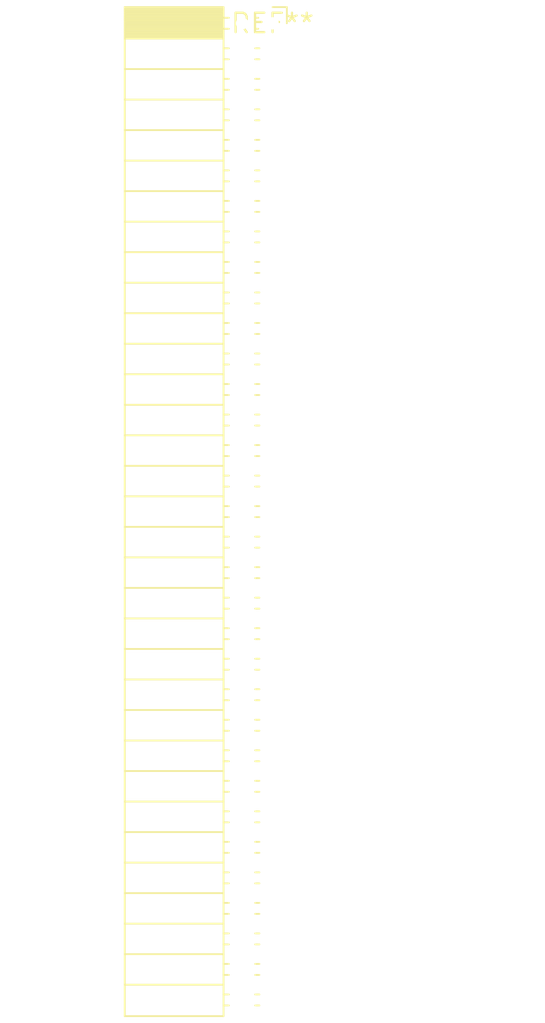
<source format=kicad_pcb>
(kicad_pcb (version 20240108) (generator pcbnew)
  (layers (0 "F.Cu" signal) (31 "B.Cu" signal) (34 "B.Paste" user) (35 "F.Paste" user) (36 "B.SilkS" user "B.Silkscreen") (37 "F.SilkS" user "F.Silkscreen") (38 "B.Mask" user) (39 "F.Mask" user) (44 "Edge.Cuts" user))
  (net 0 "")
  (footprint "PinSocket_2x33_P2.00mm_Horizontal" (layer "F.Cu") (at 0 0)
    (property "Reference" "REF**")
    (property "Value" "PinSocket_2x33_P2.00mm_Horizontal")
    (fp_line (start -9.68 -1.06) (end -9.68 65.06) (layer "F.SilkS") (stroke (width 0.12)))
    (fp_line (start -9.68 -1.06) (end -3.21 -1.06) (layer "F.SilkS") (stroke (width 0.12)))
    (fp_line (start -9.68 -0.94) (end -3.21 -0.94) (layer "F.SilkS") (stroke (width 0.12)))
    (fp_line (start -9.68 -0.825882) (end -3.21 -0.825882) (layer "F.SilkS") (stroke (width 0.12)))
    (fp_line (start -9.68 -0.711764) (end -3.21 -0.711764) (layer "F.SilkS") (stroke (width 0.12)))
    (fp_line (start -9.68 -0.597646) (end -3.21 -0.597646) (layer "F.SilkS") (stroke (width 0.12)))
    (fp_line (start -9.68 -0.483528) (end -3.21 -0.483528) (layer "F.SilkS") (stroke (width 0.12)))
    (fp_line (start -9.68 -0.36941) (end -3.21 -0.36941) (layer "F.SilkS") (stroke (width 0.12)))
    (fp_line (start -9.68 -0.255292) (end -3.21 -0.255292) (layer "F.SilkS") (stroke (width 0.12)))
    (fp_line (start -9.68 -0.141174) (end -3.21 -0.141174) (layer "F.SilkS") (stroke (width 0.12)))
    (fp_line (start -9.68 -0.027056) (end -3.21 -0.027056) (layer "F.SilkS") (stroke (width 0.12)))
    (fp_line (start -9.68 0.087062) (end -3.21 0.087062) (layer "F.SilkS") (stroke (width 0.12)))
    (fp_line (start -9.68 0.20118) (end -3.21 0.20118) (layer "F.SilkS") (stroke (width 0.12)))
    (fp_line (start -9.68 0.315298) (end -3.21 0.315298) (layer "F.SilkS") (stroke (width 0.12)))
    (fp_line (start -9.68 0.429416) (end -3.21 0.429416) (layer "F.SilkS") (stroke (width 0.12)))
    (fp_line (start -9.68 0.543534) (end -3.21 0.543534) (layer "F.SilkS") (stroke (width 0.12)))
    (fp_line (start -9.68 0.657652) (end -3.21 0.657652) (layer "F.SilkS") (stroke (width 0.12)))
    (fp_line (start -9.68 0.77177) (end -3.21 0.77177) (layer "F.SilkS") (stroke (width 0.12)))
    (fp_line (start -9.68 0.885888) (end -3.21 0.885888) (layer "F.SilkS") (stroke (width 0.12)))
    (fp_line (start -9.68 1) (end -3.21 1) (layer "F.SilkS") (stroke (width 0.12)))
    (fp_line (start -9.68 3) (end -3.21 3) (layer "F.SilkS") (stroke (width 0.12)))
    (fp_line (start -9.68 5) (end -3.21 5) (layer "F.SilkS") (stroke (width 0.12)))
    (fp_line (start -9.68 7) (end -3.21 7) (layer "F.SilkS") (stroke (width 0.12)))
    (fp_line (start -9.68 9) (end -3.21 9) (layer "F.SilkS") (stroke (width 0.12)))
    (fp_line (start -9.68 11) (end -3.21 11) (layer "F.SilkS") (stroke (width 0.12)))
    (fp_line (start -9.68 13) (end -3.21 13) (layer "F.SilkS") (stroke (width 0.12)))
    (fp_line (start -9.68 15) (end -3.21 15) (layer "F.SilkS") (stroke (width 0.12)))
    (fp_line (start -9.68 17) (end -3.21 17) (layer "F.SilkS") (stroke (width 0.12)))
    (fp_line (start -9.68 19) (end -3.21 19) (layer "F.SilkS") (stroke (width 0.12)))
    (fp_line (start -9.68 21) (end -3.21 21) (layer "F.SilkS") (stroke (width 0.12)))
    (fp_line (start -9.68 23) (end -3.21 23) (layer "F.SilkS") (stroke (width 0.12)))
    (fp_line (start -9.68 25) (end -3.21 25) (layer "F.SilkS") (stroke (width 0.12)))
    (fp_line (start -9.68 27) (end -3.21 27) (layer "F.SilkS") (stroke (width 0.12)))
    (fp_line (start -9.68 29) (end -3.21 29) (layer "F.SilkS") (stroke (width 0.12)))
    (fp_line (start -9.68 31) (end -3.21 31) (layer "F.SilkS") (stroke (width 0.12)))
    (fp_line (start -9.68 33) (end -3.21 33) (layer "F.SilkS") (stroke (width 0.12)))
    (fp_line (start -9.68 35) (end -3.21 35) (layer "F.SilkS") (stroke (width 0.12)))
    (fp_line (start -9.68 37) (end -3.21 37) (layer "F.SilkS") (stroke (width 0.12)))
    (fp_line (start -9.68 39) (end -3.21 39) (layer "F.SilkS") (stroke (width 0.12)))
    (fp_line (start -9.68 41) (end -3.21 41) (layer "F.SilkS") (stroke (width 0.12)))
    (fp_line (start -9.68 43) (end -3.21 43) (layer "F.SilkS") (stroke (width 0.12)))
    (fp_line (start -9.68 45) (end -3.21 45) (layer "F.SilkS") (stroke (width 0.12)))
    (fp_line (start -9.68 47) (end -3.21 47) (layer "F.SilkS") (stroke (width 0.12)))
    (fp_line (start -9.68 49) (end -3.21 49) (layer "F.SilkS") (stroke (width 0.12)))
    (fp_line (start -9.68 51) (end -3.21 51) (layer "F.SilkS") (stroke (width 0.12)))
    (fp_line (start -9.68 53) (end -3.21 53) (layer "F.SilkS") (stroke (width 0.12)))
    (fp_line (start -9.68 55) (end -3.21 55) (layer "F.SilkS") (stroke (width 0.12)))
    (fp_line (start -9.68 57) (end -3.21 57) (layer "F.SilkS") (stroke (width 0.12)))
    (fp_line (start -9.68 59) (end -3.21 59) (layer "F.SilkS") (stroke (width 0.12)))
    (fp_line (start -9.68 61) (end -3.21 61) (layer "F.SilkS") (stroke (width 0.12)))
    (fp_line (start -9.68 63) (end -3.21 63) (layer "F.SilkS") (stroke (width 0.12)))
    (fp_line (start -9.68 65.06) (end -3.21 65.06) (layer "F.SilkS") (stroke (width 0.12)))
    (fp_line (start -3.21 -1.06) (end -3.21 65.06) (layer "F.SilkS") (stroke (width 0.12)))
    (fp_line (start -3.21 -0.36) (end -2.862917 -0.36) (layer "F.SilkS") (stroke (width 0.12)))
    (fp_line (start -3.21 0.36) (end -2.862917 0.36) (layer "F.SilkS") (stroke (width 0.12)))
    (fp_line (start -3.21 1.64) (end -2.862917 1.64) (layer "F.SilkS") (stroke (width 0.12)))
    (fp_line (start -3.21 2.36) (end -2.862917 2.36) (layer "F.SilkS") (stroke (width 0.12)))
    (fp_line (start -3.21 3.64) (end -2.862917 3.64) (layer "F.SilkS") (stroke (width 0.12)))
    (fp_line (start -3.21 4.36) (end -2.862917 4.36) (layer "F.SilkS") (stroke (width 0.12)))
    (fp_line (start -3.21 5.64) (end -2.862917 5.64) (layer "F.SilkS") (stroke (width 0.12)))
    (fp_line (start -3.21 6.36) (end -2.862917 6.36) (layer "F.SilkS") (stroke (width 0.12)))
    (fp_line (start -3.21 7.64) (end -2.862917 7.64) (layer "F.SilkS") (stroke (width 0.12)))
    (fp_line (start -3.21 8.36) (end -2.862917 8.36) (layer "F.SilkS") (stroke (width 0.12)))
    (fp_line (start -3.21 9.64) (end -2.862917 9.64) (layer "F.SilkS") (stroke (width 0.12)))
    (fp_line (start -3.21 10.36) (end -2.862917 10.36) (layer "F.SilkS") (stroke (width 0.12)))
    (fp_line (start -3.21 11.64) (end -2.862917 11.64) (layer "F.SilkS") (stroke (width 0.12)))
    (fp_line (start -3.21 12.36) (end -2.862917 12.36) (layer "F.SilkS") (stroke (width 0.12)))
    (fp_line (start -3.21 13.64) (end -2.862917 13.64) (layer "F.SilkS") (stroke (width 0.12)))
    (fp_line (start -3.21 14.36) (end -2.862917 14.36) (layer "F.SilkS") (stroke (width 0.12)))
    (fp_line (start -3.21 15.64) (end -2.862917 15.64) (layer "F.SilkS") (stroke (width 0.12)))
    (fp_line (start -3.21 16.36) (end -2.862917 16.36) (layer "F.SilkS") (stroke (width 0.12)))
    (fp_line (start -3.21 17.64) (end -2.862917 17.64) (layer "F.SilkS") (stroke (width 0.12)))
    (fp_line (start -3.21 18.36) (end -2.862917 18.36) (layer "F.SilkS") (stroke (width 0.12)))
    (fp_line (start -3.21 19.64) (end -2.862917 19.64) (layer "F.SilkS") (stroke (width 0.12)))
    (fp_line (start -3.21 20.36) (end -2.862917 20.36) (layer "F.SilkS") (stroke (width 0.12)))
    (fp_line (start -3.21 21.64) (end -2.862917 21.64) (layer "F.SilkS") (stroke (width 0.12)))
    (fp_line (start -3.21 22.36) (end -2.862917 22.36) (layer "F.SilkS") (stroke (width 0.12)))
    (fp_line (start -3.21 23.64) (end -2.862917 23.64) (layer "F.SilkS") (stroke (width 0.12)))
    (fp_line (start -3.21 24.36) (end -2.862917 24.36) (layer "F.SilkS") (stroke (width 0.12)))
    (fp_line (start -3.21 25.64) (end -2.862917 25.64) (layer "F.SilkS") (stroke (width 0.12)))
    (fp_line (start -3.21 26.36) (end -2.862917 26.36) (layer "F.SilkS") (stroke (width 0.12)))
    (fp_line (start -3.21 27.64) (end -2.862917 27.64) (layer "F.SilkS") (stroke (width 0.12)))
    (fp_line (start -3.21 28.36) (end -2.862917 28.36) (layer "F.SilkS") (stroke (width 0.12)))
    (fp_line (start -3.21 29.64) (end -2.862917 29.64) (layer "F.SilkS") (stroke (width 0.12)))
    (fp_line (start -3.21 30.36) (end -2.862917 30.36) (layer "F.SilkS") (stroke (width 0.12)))
    (fp_line (start -3.21 31.64) (end -2.862917 31.64) (layer "F.SilkS") (stroke (width 0.12)))
    (fp_line (start -3.21 32.36) (end -2.862917 32.36) (layer "F.SilkS") (stroke (width 0.12)))
    (fp_line (start -3.21 33.64) (end -2.862917 33.64) (layer "F.SilkS") (stroke (width 0.12)))
    (fp_line (start -3.21 34.36) (end -2.862917 34.36) (layer "F.SilkS") (stroke (width 0.12)))
    (fp_line (start -3.21 35.64) (end -2.862917 35.64) (layer "F.SilkS") (stroke (width 0.12)))
    (fp_line (start -3.21 36.36) (end -2.862917 36.36) (layer "F.SilkS") (stroke (width 0.12)))
    (fp_line (start -3.21 37.64) (end -2.862917 37.64) (layer "F.SilkS") (stroke (width 0.12)))
    (fp_line (start -3.21 38.36) (end -2.862917 38.36) (layer "F.SilkS") (stroke (width 0.12)))
    (fp_line (start -3.21 39.64) (end -2.862917 39.64) (layer "F.SilkS") (stroke (width 0.12)))
    (fp_line (start -3.21 40.36) (end -2.862917 40.36) (layer "F.SilkS") (stroke (width 0.12)))
    (fp_line (start -3.21 41.64) (end -2.862917 41.64) (layer "F.SilkS") (stroke (width 0.12)))
    (fp_line (start -3.21 42.36) (end -2.862917 42.36) (layer "F.SilkS") (stroke (width 0.12)))
    (fp_line (start -3.21 43.64) (end -2.862917 43.64) (layer "F.SilkS") (stroke (width 0.12)))
    (fp_line (start -3.21 44.36) (end -2.862917 44.36) (layer "F.SilkS") (stroke (width 0.12)))
    (fp_line (start -3.21 45.64) (end -2.862917 45.64) (layer "F.SilkS") (stroke (width 0.12)))
    (fp_line (start -3.21 46.36) (end -2.862917 46.36) (layer "F.SilkS") (stroke (width 0.12)))
    (fp_line (start -3.21 47.64) (end -2.862917 47.64) (layer "F.SilkS") (stroke (width 0.12)))
    (fp_line (start -3.21 48.36) (end -2.862917 48.36) (layer "F.SilkS") (stroke (width 0.12)))
    (fp_line (start -3.21 49.64) (end -2.862917 49.64) (layer "F.SilkS") (stroke (width 0.12)))
    (fp_line (start -3.21 50.36) (end -2.862917 50.36) (layer "F.SilkS") (stroke (width 0.12)))
    (fp_line (start -3.21 51.64) (end -2.862917 51.64) (layer "F.SilkS") (stroke (width 0.12)))
    (fp_line (start -3.21 52.36) (end -2.862917 52.36) (layer "F.SilkS") (stroke (width 0.12)))
    (fp_line (start -3.21 53.64) (end -2.862917 53.64) (layer "F.SilkS") (stroke (width 0.12)))
    (fp_line (start -3.21 54.36) (end -2.862917 54.36) (layer "F.SilkS") (stroke (width 0.12)))
    (fp_line (start -3.21 55.64) (end -2.862917 55.64) (layer "F.SilkS") (stroke (width 0.12)))
    (fp_line (start -3.21 56.36) (end -2.862917 56.36) (layer "F.SilkS") (stroke (width 0.12)))
    (fp_line (start -3.21 57.64) (end -2.862917 57.64) (layer "F.SilkS") (stroke (width 0.12)))
    (fp_line (start -3.21 58.36) (end -2.862917 58.36) (layer "F.SilkS") (stroke (width 0.12)))
    (fp_line (start -3.21 59.64) (end -2.862917 59.64) (layer "F.SilkS") (stroke (width 0.12)))
    (fp_line (start -3.21 60.36) (end -2.862917 60.36) (layer "F.SilkS") (stroke (width 0.12)))
    (fp_line (start -3.21 61.64) (end -2.862917 61.64) (layer "F.SilkS") (stroke (width 0.12)))
    (fp_line (start -3.21 62.36) (end -2.862917 62.36) (layer "F.SilkS") (stroke (width 0.12)))
    (fp_line (start -3.21 63.64) (end -2.862917 63.64) (layer "F.SilkS") (stroke (width 0.12)))
    (fp_line (start -3.21 64.36) (end -2.862917 64.36) (layer "F.SilkS") (stroke (width 0.12)))
    (fp_line (start -1.137083 -0.36) (end -0.935 -0.36) (layer "F.SilkS") (stroke (width 0.12)))
    (fp_line (start -1.137083 0.36) (end -0.935 0.36) (layer "F.SilkS") (stroke (width 0.12)))
    (fp_line (start -1.137083 1.64) (end -0.862917 1.64) (layer "F.SilkS") (stroke (width 0.12)))
    (fp_line (start -1.137083 2.36) (end -0.862917 2.36) (layer "F.SilkS") (stroke (width 0.12)))
    (fp_line (start -1.137083 3.64) (end -0.862917 3.64) (layer "F.SilkS") (stroke (width 0.12)))
    (fp_line (start -1.137083 4.36) (end -0.862917 4.36) (layer "F.SilkS") (stroke (width 0.12)))
    (fp_line (start -1.137083 5.64) (end -0.862917 5.64) (layer "F.SilkS") (stroke (width 0.12)))
    (fp_line (start -1.137083 6.36) (end -0.862917 6.36) (layer "F.SilkS") (stroke (width 0.12)))
    (fp_line (start -1.137083 7.64) (end -0.862917 7.64) (layer "F.SilkS") (stroke (width 0.12)))
    (fp_line (start -1.137083 8.36) (end -0.862917 8.36) (layer "F.SilkS") (stroke (width 0.12)))
    (fp_line (start -1.137083 9.64) (end -0.862917 9.64) (layer "F.SilkS") (stroke (width 0.12)))
    (fp_line (start -1.137083 10.36) (end -0.862917 10.36) (layer "F.SilkS") (stroke (width 0.12)))
    (fp_line (start -1.137083 11.64) (end -0.862917 11.64) (layer "F.SilkS") (stroke (width 0.12)))
    (fp_line (start -1.137083 12.36) (end -0.862917 12.36) (layer "F.SilkS") (stroke (width 0.12)))
    (fp_line (start -1.137083 13.64) (end -0.862917 13.64) (layer "F.SilkS") (stroke (width 0.12)))
    (fp_line (start -1.137083 14.36) (end -0.862917 14.36) (layer "F.SilkS") (stroke (width 0.12)))
    (fp_line (start -1.137083 15.64) (end -0.862917 15.64) (layer "F.SilkS") (stroke (width 0.12)))
    (fp_line (start -1.137083 16.36) (end -0.862917 16.36) (layer "F.SilkS") (stroke (width 0.12)))
    (fp_line (start -1.137083 17.64) (end -0.862917 17.64) (layer "F.SilkS") (stroke (width 0.12)))
    (fp_line (start -1.137083 18.36) (end -0.862917 18.36) (layer "F.SilkS") (stroke (width 0.12)))
    (fp_line (start -1.137083 19.64) (end -0.862917 19.64) (layer "F.SilkS") (stroke (width 0.12)))
    (fp_line (start -1.137083 20.36) (end -0.862917 20.36) (layer "F.SilkS") (stroke (width 0.12)))
    (fp_line (start -1.137083 21.64) (end -0.862917 21.64) (layer "F.SilkS") (stroke (width 0.12)))
    (fp_line (start -1.137083 22.36) (end -0.862917 22.36) (layer "F.SilkS") (stroke (width 0.12)))
    (fp_line (start -1.137083 23.64) (end -0.862917 23.64) (layer "F.SilkS") (stroke (width 0.12)))
    (fp_line (start -1.137083 24.36) (end -0.862917 24.36) (layer "F.SilkS") (stroke (width 0.12)))
    (fp_line (start -1.137083 25.64) (end -0.862917 25.64) (layer "F.SilkS") (stroke (width 0.12)))
    (fp_line (start -1.137083 26.36) (end -0.862917 26.36) (layer "F.SilkS") (stroke (width 0.12)))
    (fp_line (start -1.137083 27.64) (end -0.862917 27.64) (layer "F.SilkS") (stroke (width 0.12)))
    (fp_line (start -1.137083 28.36) (end -0.862917 28.36) (layer "F.SilkS") (stroke (width 0.12)))
    (fp_line (start -1.137083 29.64) (end -0.862917 29.64) (layer "F.SilkS") (stroke (width 0.12)))
    (fp_line (start -1.137083 30.36) (end -0.862917 30.36) (layer "F.SilkS") (stroke (width 0.12)))
    (fp_line (start -1.137083 31.64) (end -0.862917 31.64) (layer "F.SilkS") (stroke (width 0.12)))
    (fp_line (start -1.137083 32.36) (end -0.862917 32.36) (layer "F.SilkS") (stroke (width 0.12)))
    (fp_line (start -1.137083 33.64) (end -0.862917 33.64) (layer "F.SilkS") (stroke (width 0.12)))
    (fp_line (start -1.137083 34.36) (end -0.862917 34.36) (layer "F.SilkS") (stroke (width 0.12)))
    (fp_line (start -1.137083 35.64) (end -0.862917 35.64) (layer "F.SilkS") (stroke (width 0.12)))
    (fp_line (start -1.137083 36.36) (end -0.862917 36.36) (layer "F.SilkS") (stroke (width 0.12)))
    (fp_line (start -1.137083 37.64) (end -0.862917 37.64) (layer "F.SilkS") (stroke (width 0.12)))
    (fp_line (start -1.137083 38.36) (end -0.862917 38.36) (layer "F.SilkS") (stroke (width 0.12)))
    (fp_line (start -1.137083 39.64) (end -0.862917 39.64) (layer "F.SilkS") (stroke (width 0.12)))
    (fp_line (start -1.137083 40.36) (end -0.862917 40.36) (layer "F.SilkS") (stroke (width 0.12)))
    (fp_line (start -1.137083 41.64) (end -0.862917 41.64) (layer "F.SilkS") (stroke (width 0.12)))
    (fp_line (start -1.137083 42.36) (end -0.862917 42.36) (layer "F.SilkS") (stroke (width 0.12)))
    (fp_line (start -1.137083 43.64) (end -0.862917 43.64) (layer "F.SilkS") (stroke (width 0.12)))
    (fp_line (start -1.137083 44.36) (end -0.862917 44.36) (layer "F.SilkS") (stroke (width 0.12)))
    (fp_line (start -1.137083 45.64) (end -0.862917 45.64) (layer "F.SilkS") (stroke (width 0.12)))
    (fp_line (start -1.137083 46.36) (end -0.862917 46.36) (layer "F.SilkS") (stroke (width 0.12)))
    (fp_line (start -1.137083 47.64) (end -0.862917 47.64) (layer "F.SilkS") (stroke (width 0.12)))
    (fp_line (start -1.137083 48.36) (end -0.862917 48.36) (layer "F.SilkS") (stroke (width 0.12)))
    (fp_line (start -1.137083 49.64) (end -0.862917 49.64) (layer "F.SilkS") (stroke (width 0.12)))
    (fp_line (start -1.137083 50.36) (end -0.862917 50.36) (layer "F.SilkS") (stroke (width 0.12)))
    (fp_line (start -1.137083 51.64) (end -0.862917 51.64) (layer "F.SilkS") (stroke (width 0.12)))
    (fp_line (start -1.137083 52.36) (end -0.862917 52.36) (layer "F.SilkS") (stroke (width 0.12)))
    (fp_line (start -1.137083 53.64) (end -0.862917 53.64) (layer "F.SilkS") (stroke (width 0.12)))
    (fp_line (start -1.137083 54.36) (end -0.862917 54.36) (layer "F.SilkS") (stroke (width 0.12)))
    (fp_line (start -1.137083 55.64) (end -0.862917 55.64) (layer "F.SilkS") (stroke (width 0.12)))
    (fp_line (start -1.137083 56.36) (end -0.862917 56.36) (layer "F.SilkS") (stroke (width 0.12)))
    (fp_line (start -1.137083 57.64) (end -0.862917 57.64) (layer "F.SilkS") (stroke (width 0.12)))
    (fp_line (start -1.137083 58.36) (end -0.862917 58.36) (layer "F.SilkS") (stroke (width 0.12)))
    (fp_line (start -1.137083 59.64) (end -0.862917 59.64) (layer "F.SilkS") (stroke (width 0.12)))
    (fp_line (start -1.137083 60.36) (end -0.862917 60.36) (layer "F.SilkS") (stroke (width 0.12)))
    (fp_line (start -1.137083 61.64) (end -0.862917 61.64) (layer "F.SilkS") (stroke (width 0.12)))
    (fp_line (start -1.137083 62.36) (end -0.862917 62.36) (layer "F.SilkS") (stroke (width 0.12)))
    (fp_line (start -1.137083 63.64) (end -0.862917 63.64) (layer "F.SilkS") (stroke (width 0.12)))
    (fp_line (start -1.137083 64.36) (end -0.862917 64.36) (layer "F.SilkS") (stroke (width 0.12)))
    (fp_line (start 0 -1.06) (end 0.935 -1.06) (layer "F.SilkS") (stroke (width 0.12)))
    (fp_line (start 0.935 -1.06) (end 0.935 0) (layer "F.SilkS") (stroke (width 0.12)))
    (pad "1" thru_hole rect (at 0 0) (size 1.35 1.35) (drill 0.8) (layers *.Cu *.Mask) (remove_unused_layers))
    (pad "2" thru_hole oval (at -2 0) (size 1.35 1.35) (drill 0.8) (layers *.Cu *.Mask) (remove_unused_layers))
    (pad "3" thru_hole oval (at 0 2) (size 1.35 1.35) (drill 0.8) (layers *.Cu *.Mask) (remove_unused_layers))
    (pad "4" thru_hole oval (at -2 2) (size 1.35 1.35) (drill 0.8) (layers *.Cu *.Mask) (remove_unused_layers))
    (pad "5" thru_hole oval (at 0 4) (size 1.35 1.35) (drill 0.8) (layers *.Cu *.Mask) (remove_unused_layers))
    (pad "6" thru_hole oval (at -2 4) (size 1.35 1.35) (drill 0.8) (layers *.Cu *.Mask) (remove_unused_layers))
    (pad "7" thru_hole oval (at 0 6) (size 1.35 1.35) (drill 0.8) (layers *.Cu *.Mask) (remove_unused_layers))
    (pad "8" thru_hole oval (at -2 6) (size 1.35 1.35) (drill 0.8) (layers *.Cu *.Mask) (remove_unused_layers))
    (pad "9" thru_hole oval (at 0 8) (size 1.35 1.35) (drill 0.8) (layers *.Cu *.Mask) (remove_unused_layers))
    (pad "10" thru_hole oval (at -2 8) (size 1.35 1.35) (drill 0.8) (layers *.Cu *.Mask) (remove_unused_layers))
    (pad "11" thru_hole oval (at 0 10) (size 1.35 1.35) (drill 0.8) (layers *.Cu *.Mask) (remove_unused_layers))
    (pad "12" thru_hole oval (at -2 10) (size 1.35 1.35) (drill 0.8) (layers *.Cu *.Mask) (remove_unused_layers))
    (pad "13" thru_hole oval (at 0 12) (size 1.35 1.35) (drill 0.8) (layers *.Cu *.Mask) (remove_unused_layers))
    (pad "14" thru_hole oval (at -2 12) (size 1.35 1.35) (drill 0.8) (layers *.Cu *.Mask) (remove_unused_layers))
    (pad "15" thru_hole oval (at 0 14) (size 1.35 1.35) (drill 0.8) (layers *.Cu *.Mask) (remove_unused_layers))
    (pad "16" thru_hole oval (at -2 14) (size 1.35 1.35) (drill 0.8) (layers *.Cu *.Mask) (remove_unused_layers))
    (pad "17" thru_hole oval (at 0 16) (size 1.35 1.35) (drill 0.8) (layers *.Cu *.Mask) (remove_unused_layers))
    (pad "18" thru_hole oval (at -2 16) (size 1.35 1.35) (drill 0.8) (layers *.Cu *.Mask) (remove_unused_layers))
    (pad "19" thru_hole oval (at 0 18) (size 1.35 1.35) (drill 0.8) (layers *.Cu *.Mask) (remove_unused_layers))
    (pad "20" thru_hole oval (at -2 18) (size 1.35 1.35) (drill 0.8) (layers *.Cu *.Mask) (remove_unused_layers))
    (pad "21" thru_hole oval (at 0 20) (size 1.35 1.35) (drill 0.8) (layers *.Cu *.Mask) (remove_unused_layers))
    (pad "22" thru_hole oval (at -2 20) (size 1.35 1.35) (drill 0.8) (layers *.Cu *.Mask) (remove_unused_layers))
    (pad "23" thru_hole oval (at 0 22) (size 1.35 1.35) (drill 0.8) (layers *.Cu *.Mask) (remove_unused_layers))
    (pad "24" thru_hole oval (at -2 22) (size 1.35 1.35) (drill 0.8) (layers *.Cu *.Mask) (remove_unused_layers))
    (pad "25" thru_hole oval (at 0 24) (size 1.35 1.35) (drill 0.8) (layers *.Cu *.Mask) (remove_unused_layers))
    (pad "26" thru_hole oval (at -2 24) (size 1.35 1.35) (drill 0.8) (layers *.Cu *.Mask) (remove_unused_layers))
    (pad "27" thru_hole oval (at 0 26) (size 1.35 1.35) (drill 0.8) (layers *.Cu *.Mask) (remove_unused_layers))
    (pad "28" thru_hole oval (at -2 26) (size 1.35 1.35) (drill 0.8) (layers *.Cu *.Mask) (remove_unused_layers))
    (pad "29" thru_hole oval (at 0 28) (size 1.35 1.35) (drill 0.8) (layers *.Cu *.Mask) (remove_unused_layers))
    (pad "30" thru_hole oval (at -2 28) (size 1.35 1.35) (drill 0.8) (layers *.Cu *.Mask) (remove_unused_layers))
    (pad "31" thru_hole oval (at 0 30) (size 1.35 1.35) (drill 0.8) (layers *.Cu *.Mask) (remove_unused_layers))
    (pad "32" thru_hole oval (at -2 30) (size 1.35 1.35) (drill 0.8) (layers *.Cu *.Mask) (remove_unused_layers))
    (pad "33" thru_hole oval (at 0 32) (size 1.35 1.35) (drill 0.8) (layers *.Cu *.Mask) (remove_unused_layers))
    (pad "34" thru_hole oval (at -2 32) (size 1.35 1.35) (drill 0.8) (layers *.Cu *.Mask) (remove_unused_layers))
    (pad "35" thru_hole oval (at 0 34) (size 1.35 1.35) (drill 0.8) (layers *.Cu *.Mask) (remove_unused_layers))
    (pad "36" thru_hole oval (at -2 34) (size 1.35 1.35) (drill 0.8) (layers *.Cu *.Mask) (remove_unused_layers))
    (pad "37" thru_hole oval (at 0 36) (size 1.35 1.35) (drill 0.8) (layers *.Cu *.Mask) (remove_unused_layers))
    (pad "38" thru_hole oval (at -2 36) (size 1.35 1.35) (drill 0.8) (layers *.Cu *.Mask) (remove_unused_layers))
    (pad "39" thru_hole oval (at 0 38) (size 1.35 1.35) (drill 0.8) (layers *.Cu *.Mask) (remove_unused_layers))
    (pad "40" thru_hole oval (at -2 38) (size 1.35 1.35) (drill 0.8) (layers *.Cu *.Mask) (remove_unused_layers))
    (pad "41" thru_hole oval (at 0 40) (size 1.35 1.35) (drill 0.8) (layers *.Cu *.Mask) (remove_unused_layers))
    (pad "42" thru_hole oval (at -2 40) (size 1.35 1.35) (drill 0.8) (layers *.Cu *.Mask) (remove_unused_layers))
    (pad "43" thru_hole oval (at 0 42) (size 1.35 1.35) (drill 0.8) (layers *.Cu *.Mask) (remove_unused_layers))
    (pad "44" thru_hole oval (at -2 42) (size 1.35 1.35) (drill 0.8) (layers *.Cu *.Mask) (remove_unused_layers))
    (pad "45" thru_hole oval (at 0 44) (size 1.35 1.35) (drill 0.8) (layers *.Cu *.Mask) (remove_unused_layers))
    (pad "46" thru_hole oval (at -2 44) (size 1.35 1.35) (drill 0.8) (layers *.Cu *.Mask) (remove_unused_layers))
    (pad "47" thru_hole oval (at 0 46) (size 1.35 1.35) (drill 0.8) (layers *.Cu *.Mask) (remove_unused_layers))
    (pad "48" thru_hole oval (at -2 46) (size 1.35 1.35) (drill 0.8) (layers *.Cu *.Mask) (remove_unused_layers))
    (pad "49" thru_hole oval (at 0 48) (size 1.35 1.35) (drill 0.8) (layers *.Cu *.Mask) (remove_unused_layers))
    (pad "50" thru_hole oval (at -2 48) (size 1.35 1.35) (drill 0.8) (layers *.Cu *.Mask) (remove_unused_layers))
    (pad "51" thru_hole oval (at 0 50) (size 1.35 1.35) (drill 0.8) (layers *.Cu *.Mask) (remove_unused_layers))
    (pad "52" thru_hole oval (at -2 50) (size 1.35 1.35) (drill 0.8) (layers *.Cu *.Mask) (remove_unused_layers))
    (pad "53" thru_hole oval (at 0 52) (size 1.35 1.35) (drill 0.8) (layers *.Cu *.Mask) (remove_unused_layers))
    (pad "54" thru_hole oval (at -2 52) (size 1.35 1.35) (drill 0.8) (layers *.Cu *.Mask) (remove_unused_layers))
    (pad "55" thru_hole oval (at 0 54) (size 1.35 1.35) (drill 0.8) (layers *.Cu *.Mask) (remove_unused_layers))
    (pad "56" thru_hole oval (at -2 54) (size 1.35 1.35) (drill 0.8) (layers *.Cu *.Mask) (remove_unused_layers))
    (pad "57" thru_hole oval (at 0 56) (size 1.35 1.35) (drill 0.8) (layers *.Cu *.Mask) (remove_unused_layers))
    (pad "58" thru_hole oval (at -2 56) (size 1.35 1.35) (drill 0.8) (layers *.Cu *.Mask) (remove_unused_layers))
    (pad "59" thru_hole oval (at 0 58) (size 1.35 1.35) (drill 0.8) (layers *.Cu *.Mask) (remove_unused_layers))
    (pad "60" thru_hole oval (at -2 58) (size 1.35 1.35) (drill 0.8) (layers *.Cu *.Mask) (remove_unused_layers))
    (pad "61" thru_hole oval (at 0 60) (size 1.35 1.35) (drill 0.8) (layers *.Cu *.Mask) (remove_unused_layers))
    (pad "62" thru_hole oval (at -2 60) (size 1.35 1.35) (drill 0.8) (layers *.Cu *.Mask) (remove_unused_layers))
    (pad "63" thru_hole oval (at 0 62) (size 1.35 1.35) (drill 0.8) (layers *.Cu *.Mask) (remove_unused_layers))
    (pad "64" thru_hole oval (at -2 62) (size 1.35 1.35) (drill 0.8) (layers *.Cu *.Mask) (remove_unused_layers))
    (pad "65" thru_hole oval (at 0 64) (size 1.35 1.35) (drill 0.8) (layers *.Cu *.Mask) (remove_unused_layers))
    (pad "66" thru_hole oval (at -2 64) (size 1.35 1.35) (drill 0.8) (layers *.Cu *.Mask) (remove_unused_layers))
  )
)
</source>
